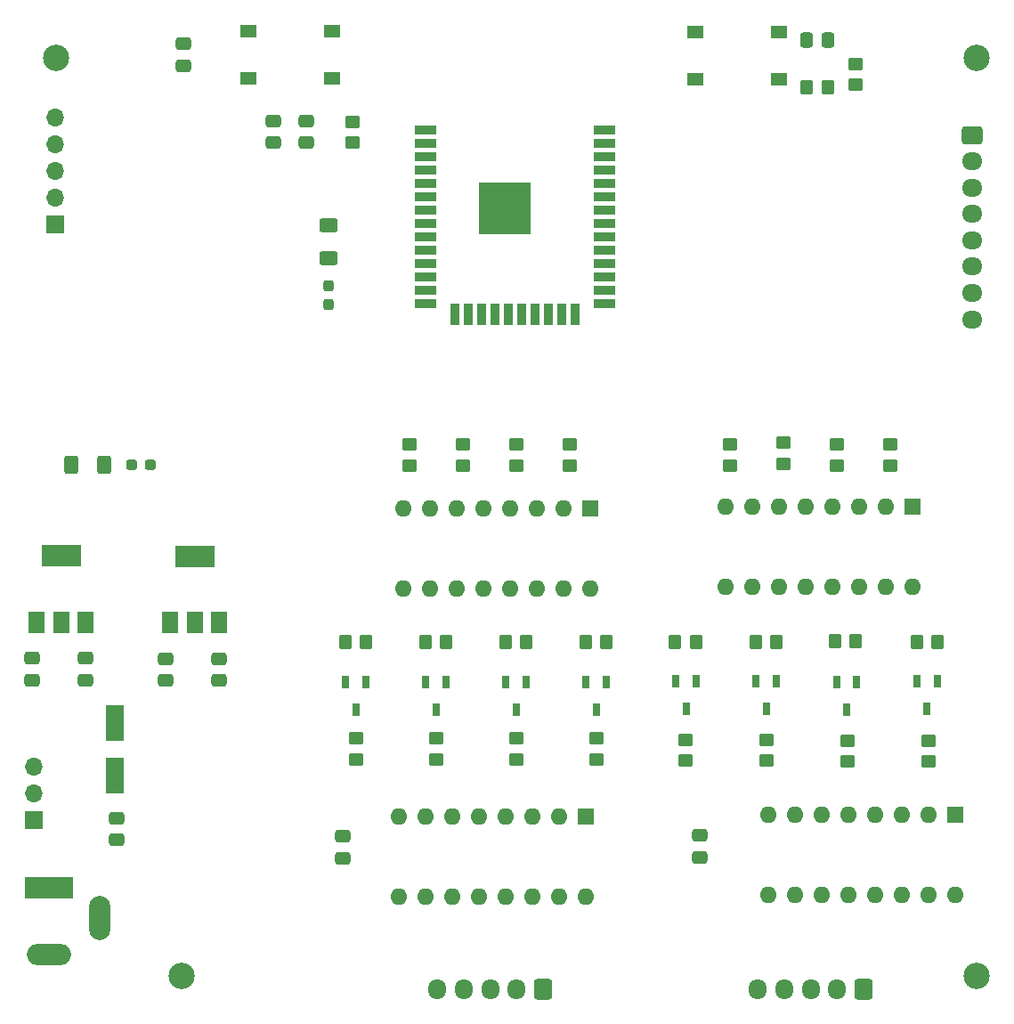
<source format=gbr>
%TF.GenerationSoftware,KiCad,Pcbnew,(6.0.7)*%
%TF.CreationDate,2022-10-20T09:09:35-05:00*%
%TF.ProjectId,ESP32,45535033-322e-46b6-9963-61645f706362,rev?*%
%TF.SameCoordinates,Original*%
%TF.FileFunction,Soldermask,Top*%
%TF.FilePolarity,Negative*%
%FSLAX46Y46*%
G04 Gerber Fmt 4.6, Leading zero omitted, Abs format (unit mm)*
G04 Created by KiCad (PCBNEW (6.0.7)) date 2022-10-20 09:09:35*
%MOMM*%
%LPD*%
G01*
G04 APERTURE LIST*
G04 Aperture macros list*
%AMRoundRect*
0 Rectangle with rounded corners*
0 $1 Rounding radius*
0 $2 $3 $4 $5 $6 $7 $8 $9 X,Y pos of 4 corners*
0 Add a 4 corners polygon primitive as box body*
4,1,4,$2,$3,$4,$5,$6,$7,$8,$9,$2,$3,0*
0 Add four circle primitives for the rounded corners*
1,1,$1+$1,$2,$3*
1,1,$1+$1,$4,$5*
1,1,$1+$1,$6,$7*
1,1,$1+$1,$8,$9*
0 Add four rect primitives between the rounded corners*
20,1,$1+$1,$2,$3,$4,$5,0*
20,1,$1+$1,$4,$5,$6,$7,0*
20,1,$1+$1,$6,$7,$8,$9,0*
20,1,$1+$1,$8,$9,$2,$3,0*%
G04 Aperture macros list end*
%ADD10C,2.500000*%
%ADD11RoundRect,0.250000X0.350000X0.450000X-0.350000X0.450000X-0.350000X-0.450000X0.350000X-0.450000X0*%
%ADD12RoundRect,0.250000X-0.475000X0.337500X-0.475000X-0.337500X0.475000X-0.337500X0.475000X0.337500X0*%
%ADD13R,1.800000X3.500000*%
%ADD14R,4.600000X2.000000*%
%ADD15O,4.200000X2.000000*%
%ADD16O,2.000000X4.200000*%
%ADD17RoundRect,0.250000X-0.450000X0.350000X-0.450000X-0.350000X0.450000X-0.350000X0.450000X0.350000X0*%
%ADD18RoundRect,0.250000X0.475000X-0.337500X0.475000X0.337500X-0.475000X0.337500X-0.475000X-0.337500X0*%
%ADD19RoundRect,0.250000X0.600000X0.725000X-0.600000X0.725000X-0.600000X-0.725000X0.600000X-0.725000X0*%
%ADD20O,1.700000X1.950000*%
%ADD21R,0.650000X1.220000*%
%ADD22RoundRect,0.250000X-0.350000X-0.450000X0.350000X-0.450000X0.350000X0.450000X-0.350000X0.450000X0*%
%ADD23RoundRect,0.250000X-0.725000X0.600000X-0.725000X-0.600000X0.725000X-0.600000X0.725000X0.600000X0*%
%ADD24O,1.950000X1.700000*%
%ADD25R,1.600000X1.600000*%
%ADD26O,1.600000X1.600000*%
%ADD27R,1.700000X1.700000*%
%ADD28O,1.700000X1.700000*%
%ADD29R,2.000000X0.900000*%
%ADD30R,0.900000X2.000000*%
%ADD31R,5.000000X5.000000*%
%ADD32R,1.500000X2.000000*%
%ADD33R,3.800000X2.000000*%
%ADD34RoundRect,0.237500X0.287500X0.237500X-0.287500X0.237500X-0.287500X-0.237500X0.287500X-0.237500X0*%
%ADD35RoundRect,0.250000X-0.400000X-0.625000X0.400000X-0.625000X0.400000X0.625000X-0.400000X0.625000X0*%
%ADD36R,1.550000X1.300000*%
%ADD37RoundRect,0.237500X0.237500X-0.287500X0.237500X0.287500X-0.237500X0.287500X-0.237500X-0.287500X0*%
%ADD38RoundRect,0.250000X-0.625000X0.400000X-0.625000X-0.400000X0.625000X-0.400000X0.625000X0.400000X0*%
%ADD39RoundRect,0.250000X-0.337500X-0.475000X0.337500X-0.475000X0.337500X0.475000X-0.337500X0.475000X0*%
G04 APERTURE END LIST*
D10*
%TO.C,H4*%
X193750000Y-146000000D03*
%TD*%
D11*
%TO.C,R2*%
X150950000Y-114277500D03*
X148950000Y-114277500D03*
%TD*%
D12*
%TO.C,C13*%
X116600000Y-115841300D03*
X116600000Y-117916300D03*
%TD*%
D13*
%TO.C,D3*%
X111760000Y-126960000D03*
X111760000Y-121960000D03*
%TD*%
D14*
%TO.C,J3*%
X105550000Y-137650000D03*
D15*
X105550000Y-143950000D03*
D16*
X110350000Y-140550000D03*
%TD*%
D17*
%TO.C,R10*%
X142330000Y-123437500D03*
X142330000Y-125437500D03*
%TD*%
D12*
%TO.C,C12*%
X121680000Y-115841300D03*
X121680000Y-117916300D03*
%TD*%
D17*
%TO.C,R21*%
X166110600Y-123563000D03*
X166110600Y-125563000D03*
%TD*%
D18*
%TO.C,C2*%
X167400000Y-134737500D03*
X167400000Y-132662500D03*
%TD*%
D19*
%TO.C,J1*%
X152490000Y-147297500D03*
D20*
X149990000Y-147297500D03*
X147490000Y-147297500D03*
X144990000Y-147297500D03*
X142490000Y-147297500D03*
%TD*%
D21*
%TO.C,Q3*%
X143280000Y-118047500D03*
X141380000Y-118047500D03*
X142330000Y-120667500D03*
%TD*%
%TO.C,Q7*%
X174695800Y-118015600D03*
X172795800Y-118015600D03*
X173745800Y-120635600D03*
%TD*%
D12*
%TO.C,C15*%
X103900000Y-115802500D03*
X103900000Y-117877500D03*
%TD*%
D18*
%TO.C,C1*%
X133500000Y-134837500D03*
X133500000Y-132762500D03*
%TD*%
D10*
%TO.C,H2*%
X193750000Y-58750000D03*
%TD*%
D17*
%TO.C,R19*%
X175400900Y-95329800D03*
X175400900Y-97329800D03*
%TD*%
D11*
%TO.C,R16*%
X167053700Y-114245600D03*
X165053700Y-114245600D03*
%TD*%
D17*
%TO.C,R7*%
X144870000Y-95497500D03*
X144870000Y-97497500D03*
%TD*%
D11*
%TO.C,R13*%
X190055700Y-114245600D03*
X188055700Y-114245600D03*
%TD*%
D22*
%TO.C,R26*%
X177620000Y-61540000D03*
X179620000Y-61540000D03*
%TD*%
D12*
%TO.C,C14*%
X108980000Y-115802500D03*
X108980000Y-117877500D03*
%TD*%
D23*
%TO.C,U8*%
X193340000Y-66080000D03*
D24*
X193340000Y-68580000D03*
X193340000Y-71080000D03*
X193340000Y-73580000D03*
X193340000Y-76080000D03*
X193340000Y-78580000D03*
X193340000Y-81080000D03*
X193340000Y-83580000D03*
%TD*%
D17*
%TO.C,R6*%
X149950000Y-95497500D03*
X149950000Y-97497500D03*
%TD*%
D18*
%TO.C,C178*%
X126890000Y-66775000D03*
X126890000Y-64700000D03*
%TD*%
D25*
%TO.C,U1*%
X157000000Y-101600000D03*
D26*
X154460000Y-101600000D03*
X151920000Y-101600000D03*
X149380000Y-101600000D03*
X146840000Y-101600000D03*
X144300000Y-101600000D03*
X141760000Y-101600000D03*
X139220000Y-101600000D03*
X139220000Y-109220000D03*
X141760000Y-109220000D03*
X144300000Y-109220000D03*
X146840000Y-109220000D03*
X149380000Y-109220000D03*
X151920000Y-109220000D03*
X154460000Y-109220000D03*
X157000000Y-109220000D03*
%TD*%
D27*
%TO.C,J4*%
X106100000Y-74520000D03*
D28*
X106100000Y-71980000D03*
X106100000Y-69440000D03*
X106100000Y-66900000D03*
X106100000Y-64360000D03*
%TD*%
D11*
%TO.C,R3*%
X143330000Y-114277500D03*
X141330000Y-114277500D03*
%TD*%
D17*
%TO.C,R12*%
X157570000Y-123437500D03*
X157570000Y-125437500D03*
%TD*%
D29*
%TO.C,U7*%
X141360000Y-65575000D03*
X141360000Y-66845000D03*
X141360000Y-68115000D03*
X141360000Y-69385000D03*
X141360000Y-70655000D03*
X141360000Y-71925000D03*
X141360000Y-73195000D03*
X141360000Y-74465000D03*
X141360000Y-75735000D03*
X141360000Y-77005000D03*
X141360000Y-78275000D03*
X141360000Y-79545000D03*
X141360000Y-80815000D03*
X141360000Y-82085000D03*
D30*
X144145000Y-83085000D03*
X145415000Y-83085000D03*
X146685000Y-83085000D03*
X147955000Y-83085000D03*
X149225000Y-83085000D03*
X150495000Y-83085000D03*
X151765000Y-83085000D03*
X153035000Y-83085000D03*
X154305000Y-83085000D03*
X155575000Y-83085000D03*
D29*
X158360000Y-82085000D03*
X158360000Y-80815000D03*
X158360000Y-79545000D03*
X158360000Y-78275000D03*
X158360000Y-77005000D03*
X158360000Y-75735000D03*
X158360000Y-74465000D03*
X158360000Y-73195000D03*
X158360000Y-71925000D03*
X158360000Y-70655000D03*
X158360000Y-69385000D03*
X158360000Y-68115000D03*
X158360000Y-66845000D03*
X158360000Y-65575000D03*
D31*
X148860000Y-73075000D03*
%TD*%
D21*
%TO.C,Q1*%
X158520000Y-118047500D03*
X156620000Y-118047500D03*
X157570000Y-120667500D03*
%TD*%
D17*
%TO.C,R27*%
X182220000Y-59280000D03*
X182220000Y-61280000D03*
%TD*%
D32*
%TO.C,U5*%
X117080000Y-112408800D03*
X119380000Y-112408800D03*
D33*
X119380000Y-106108800D03*
D32*
X121680000Y-112408800D03*
%TD*%
D17*
%TO.C,R24*%
X189181900Y-123632100D03*
X189181900Y-125632100D03*
%TD*%
%TO.C,R20*%
X170270000Y-95497500D03*
X170270000Y-97497500D03*
%TD*%
D19*
%TO.C,J2*%
X182970000Y-147297500D03*
D20*
X180470000Y-147297500D03*
X177970000Y-147297500D03*
X175470000Y-147297500D03*
X172970000Y-147297500D03*
%TD*%
D21*
%TO.C,Q4*%
X135660000Y-118047500D03*
X133760000Y-118047500D03*
X134710000Y-120667500D03*
%TD*%
D34*
%TO.C,D1*%
X115175000Y-97410000D03*
X113425000Y-97410000D03*
%TD*%
D18*
%TO.C,C177*%
X130000000Y-66775000D03*
X130000000Y-64700000D03*
%TD*%
D25*
%TO.C,U3*%
X156600000Y-130900000D03*
D26*
X154060000Y-130900000D03*
X151520000Y-130900000D03*
X148980000Y-130900000D03*
X146440000Y-130900000D03*
X143900000Y-130900000D03*
X141360000Y-130900000D03*
X138820000Y-130900000D03*
X138820000Y-138520000D03*
X141360000Y-138520000D03*
X143900000Y-138520000D03*
X146440000Y-138520000D03*
X148980000Y-138520000D03*
X151520000Y-138520000D03*
X154060000Y-138520000D03*
X156600000Y-138520000D03*
%TD*%
D35*
%TO.C,R29*%
X107670000Y-97410000D03*
X110770000Y-97410000D03*
%TD*%
D32*
%TO.C,U6*%
X104380000Y-112370000D03*
D33*
X106680000Y-106070000D03*
D32*
X106680000Y-112370000D03*
X108980000Y-112370000D03*
%TD*%
D27*
%TO.C,JP1*%
X104100000Y-131240000D03*
D28*
X104100000Y-128700000D03*
X104100000Y-126160000D03*
%TD*%
D12*
%TO.C,C3*%
X118340000Y-57382500D03*
X118340000Y-59457500D03*
%TD*%
%TO.C,C11*%
X112000000Y-131000000D03*
X112000000Y-133075000D03*
%TD*%
D11*
%TO.C,R14*%
X182276600Y-114194700D03*
X180276600Y-114194700D03*
%TD*%
D17*
%TO.C,R23*%
X181461500Y-123632100D03*
X181461500Y-125632100D03*
%TD*%
D25*
%TO.C,U4*%
X191700000Y-130700000D03*
D26*
X189160000Y-130700000D03*
X186620000Y-130700000D03*
X184080000Y-130700000D03*
X181540000Y-130700000D03*
X179000000Y-130700000D03*
X176460000Y-130700000D03*
X173920000Y-130700000D03*
X173920000Y-138320000D03*
X176460000Y-138320000D03*
X179000000Y-138320000D03*
X181540000Y-138320000D03*
X184080000Y-138320000D03*
X186620000Y-138320000D03*
X189160000Y-138320000D03*
X191700000Y-138320000D03*
%TD*%
D11*
%TO.C,R15*%
X174745800Y-114245600D03*
X172745800Y-114245600D03*
%TD*%
D17*
%TO.C,R18*%
X180430000Y-95497500D03*
X180430000Y-97497500D03*
%TD*%
D11*
%TO.C,R4*%
X135710000Y-114277500D03*
X133710000Y-114277500D03*
%TD*%
D36*
%TO.C,BOOT1*%
X167025000Y-56250000D03*
X174975000Y-56250000D03*
X167025000Y-60750000D03*
X174975000Y-60750000D03*
%TD*%
%TO.C,EN1*%
X124525000Y-56170000D03*
X132475000Y-56170000D03*
X132475000Y-60670000D03*
X124525000Y-60670000D03*
%TD*%
D17*
%TO.C,R11*%
X149950000Y-123429400D03*
X149950000Y-125429400D03*
%TD*%
D10*
%TO.C,H1*%
X106250000Y-58750000D03*
%TD*%
D21*
%TO.C,Q8*%
X167075800Y-118015600D03*
X165175800Y-118015600D03*
X166125800Y-120635600D03*
%TD*%
D10*
%TO.C,H3*%
X118110000Y-146000000D03*
%TD*%
D17*
%TO.C,R25*%
X134400000Y-64800000D03*
X134400000Y-66800000D03*
%TD*%
%TO.C,R9*%
X134710000Y-123437500D03*
X134710000Y-125437500D03*
%TD*%
%TO.C,R22*%
X173775600Y-123572500D03*
X173775600Y-125572500D03*
%TD*%
%TO.C,R5*%
X155030000Y-95497500D03*
X155030000Y-97497500D03*
%TD*%
D25*
%TO.C,U2*%
X187700000Y-101400000D03*
D26*
X185160000Y-101400000D03*
X182620000Y-101400000D03*
X180080000Y-101400000D03*
X177540000Y-101400000D03*
X175000000Y-101400000D03*
X172460000Y-101400000D03*
X169920000Y-101400000D03*
X169920000Y-109020000D03*
X172460000Y-109020000D03*
X175000000Y-109020000D03*
X177540000Y-109020000D03*
X180080000Y-109020000D03*
X182620000Y-109020000D03*
X185160000Y-109020000D03*
X187700000Y-109020000D03*
%TD*%
D37*
%TO.C,D2*%
X132080000Y-82155000D03*
X132080000Y-80405000D03*
%TD*%
D38*
%TO.C,R28*%
X132080000Y-74650000D03*
X132080000Y-77750000D03*
%TD*%
D21*
%TO.C,Q2*%
X150900000Y-118047500D03*
X149000000Y-118047500D03*
X149950000Y-120667500D03*
%TD*%
D17*
%TO.C,R8*%
X139790000Y-95497500D03*
X139790000Y-97497500D03*
%TD*%
D21*
%TO.C,Q6*%
X182330000Y-118047500D03*
X180430000Y-118047500D03*
X181380000Y-120667500D03*
%TD*%
D22*
%TO.C,R1*%
X156570000Y-114277500D03*
X158570000Y-114277500D03*
%TD*%
D39*
%TO.C,C4*%
X177582500Y-57000000D03*
X179657500Y-57000000D03*
%TD*%
D17*
%TO.C,R17*%
X185510000Y-95497500D03*
X185510000Y-97497500D03*
%TD*%
D21*
%TO.C,Q5*%
X190005700Y-118015600D03*
X188105700Y-118015600D03*
X189055700Y-120635600D03*
%TD*%
M02*

</source>
